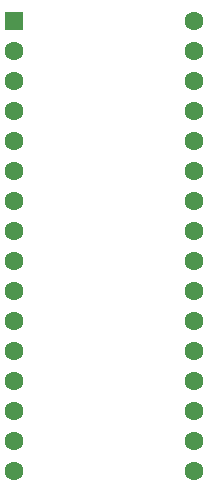
<source format=gbs>
%TF.GenerationSoftware,KiCad,Pcbnew,9.0.2*%
%TF.CreationDate,2025-06-27T13:20:57+02:00*%
%TF.ProjectId,TSSOP32-14mm Adapter,5453534f-5033-4322-9d31-346d6d204164,V1*%
%TF.SameCoordinates,Original*%
%TF.FileFunction,Soldermask,Bot*%
%TF.FilePolarity,Negative*%
%FSLAX46Y46*%
G04 Gerber Fmt 4.6, Leading zero omitted, Abs format (unit mm)*
G04 Created by KiCad (PCBNEW 9.0.2) date 2025-06-27 13:20:57*
%MOMM*%
%LPD*%
G01*
G04 APERTURE LIST*
G04 Aperture macros list*
%AMRoundRect*
0 Rectangle with rounded corners*
0 $1 Rounding radius*
0 $2 $3 $4 $5 $6 $7 $8 $9 X,Y pos of 4 corners*
0 Add a 4 corners polygon primitive as box body*
4,1,4,$2,$3,$4,$5,$6,$7,$8,$9,$2,$3,0*
0 Add four circle primitives for the rounded corners*
1,1,$1+$1,$2,$3*
1,1,$1+$1,$4,$5*
1,1,$1+$1,$6,$7*
1,1,$1+$1,$8,$9*
0 Add four rect primitives between the rounded corners*
20,1,$1+$1,$2,$3,$4,$5,0*
20,1,$1+$1,$4,$5,$6,$7,0*
20,1,$1+$1,$6,$7,$8,$9,0*
20,1,$1+$1,$8,$9,$2,$3,0*%
G04 Aperture macros list end*
%ADD10RoundRect,0.250000X-0.550000X-0.550000X0.550000X-0.550000X0.550000X0.550000X-0.550000X0.550000X0*%
%ADD11C,1.600000*%
G04 APERTURE END LIST*
D10*
%TO.C,J1*%
X0Y0D03*
D11*
X0Y-2540000D03*
X0Y-5080000D03*
X0Y-7620000D03*
X0Y-10160000D03*
X0Y-12700000D03*
X0Y-15240000D03*
X0Y-17780000D03*
X0Y-20320000D03*
X0Y-22860000D03*
X0Y-25400000D03*
X0Y-27940000D03*
X0Y-30480000D03*
X0Y-33020000D03*
X0Y-35560000D03*
X0Y-38100000D03*
X15240000Y-38100000D03*
X15240000Y-35560000D03*
X15240000Y-33020000D03*
X15240000Y-30480000D03*
X15240000Y-27940000D03*
X15240000Y-25400000D03*
X15240000Y-22860000D03*
X15240000Y-20320000D03*
X15240000Y-17780000D03*
X15240000Y-15240000D03*
X15240000Y-12700000D03*
X15240000Y-10160000D03*
X15240000Y-7620000D03*
X15240000Y-5080000D03*
X15240000Y-2540000D03*
X15240000Y0D03*
%TD*%
M02*

</source>
